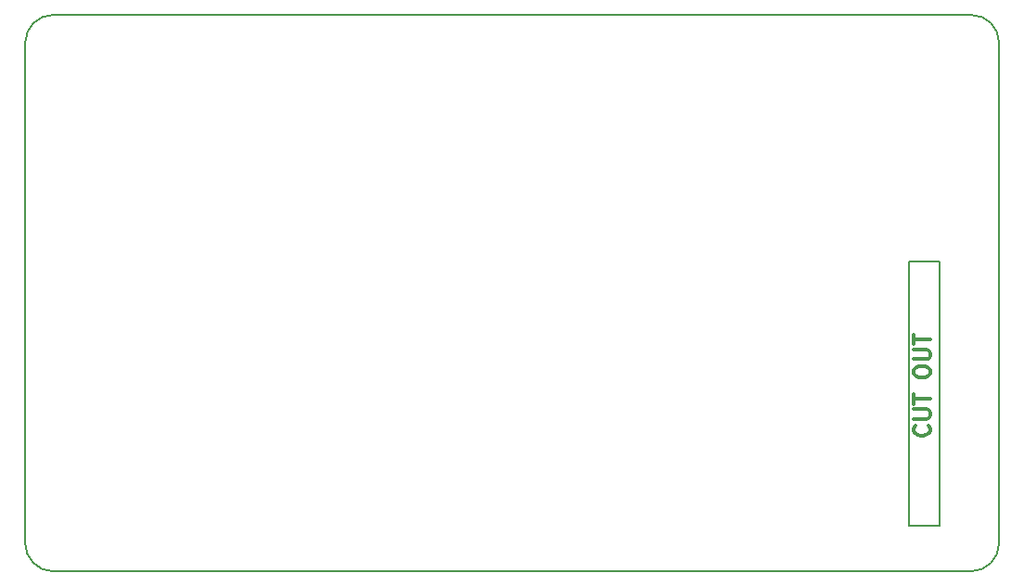
<source format=gm1>
G04 #@! TF.FileFunction,Profile,NP*
%FSLAX46Y46*%
G04 Gerber Fmt 4.6, Leading zero omitted, Abs format (unit mm)*
G04 Created by KiCad (PCBNEW 4.0.2+e4-6225~38~ubuntu15.10.1-stable) date Fri 13 May 2016 04:34:39 PM MDT*
%MOMM*%
G01*
G04 APERTURE LIST*
%ADD10C,0.100000*%
%ADD11C,0.300000*%
%ADD12C,0.150000*%
G04 APERTURE END LIST*
D10*
D11*
X105945714Y-67361143D02*
X106017143Y-67432572D01*
X106088571Y-67646858D01*
X106088571Y-67789715D01*
X106017143Y-68004000D01*
X105874286Y-68146858D01*
X105731429Y-68218286D01*
X105445714Y-68289715D01*
X105231429Y-68289715D01*
X104945714Y-68218286D01*
X104802857Y-68146858D01*
X104660000Y-68004000D01*
X104588571Y-67789715D01*
X104588571Y-67646858D01*
X104660000Y-67432572D01*
X104731429Y-67361143D01*
X104588571Y-66718286D02*
X105802857Y-66718286D01*
X105945714Y-66646858D01*
X106017143Y-66575429D01*
X106088571Y-66432572D01*
X106088571Y-66146858D01*
X106017143Y-66004000D01*
X105945714Y-65932572D01*
X105802857Y-65861143D01*
X104588571Y-65861143D01*
X104588571Y-65361143D02*
X104588571Y-64504000D01*
X106088571Y-64932571D02*
X104588571Y-64932571D01*
X104588571Y-62575429D02*
X104588571Y-62289715D01*
X104660000Y-62146857D01*
X104802857Y-62004000D01*
X105088571Y-61932572D01*
X105588571Y-61932572D01*
X105874286Y-62004000D01*
X106017143Y-62146857D01*
X106088571Y-62289715D01*
X106088571Y-62575429D01*
X106017143Y-62718286D01*
X105874286Y-62861143D01*
X105588571Y-62932572D01*
X105088571Y-62932572D01*
X104802857Y-62861143D01*
X104660000Y-62718286D01*
X104588571Y-62575429D01*
X104588571Y-61289714D02*
X105802857Y-61289714D01*
X105945714Y-61218286D01*
X106017143Y-61146857D01*
X106088571Y-61004000D01*
X106088571Y-60718286D01*
X106017143Y-60575428D01*
X105945714Y-60504000D01*
X105802857Y-60432571D01*
X104588571Y-60432571D01*
X104588571Y-59932571D02*
X104588571Y-59075428D01*
X106088571Y-59503999D02*
X104588571Y-59503999D01*
D12*
X106934000Y-52324000D02*
X106934000Y-76454000D01*
X106934000Y-76454000D02*
X104140000Y-76454000D01*
X104140000Y-52324000D02*
X106934000Y-52324000D01*
X104140000Y-76454000D02*
X104140000Y-52324000D01*
X26035000Y-29845000D02*
X109855000Y-29845000D01*
X23495000Y-78105000D02*
X23495000Y-32385000D01*
X109855000Y-80645000D02*
X26035000Y-80645000D01*
X112395000Y-32385000D02*
X112395000Y-78105000D01*
X112395000Y-32385000D02*
G75*
G03X109855000Y-29845000I-2540000J0D01*
G01*
X26035000Y-29845000D02*
G75*
G03X23495000Y-32385000I0J-2540000D01*
G01*
X23495000Y-78105000D02*
G75*
G03X26035000Y-80645000I2540000J0D01*
G01*
X109855000Y-80645000D02*
G75*
G03X112395000Y-78105000I0J2540000D01*
G01*
M02*

</source>
